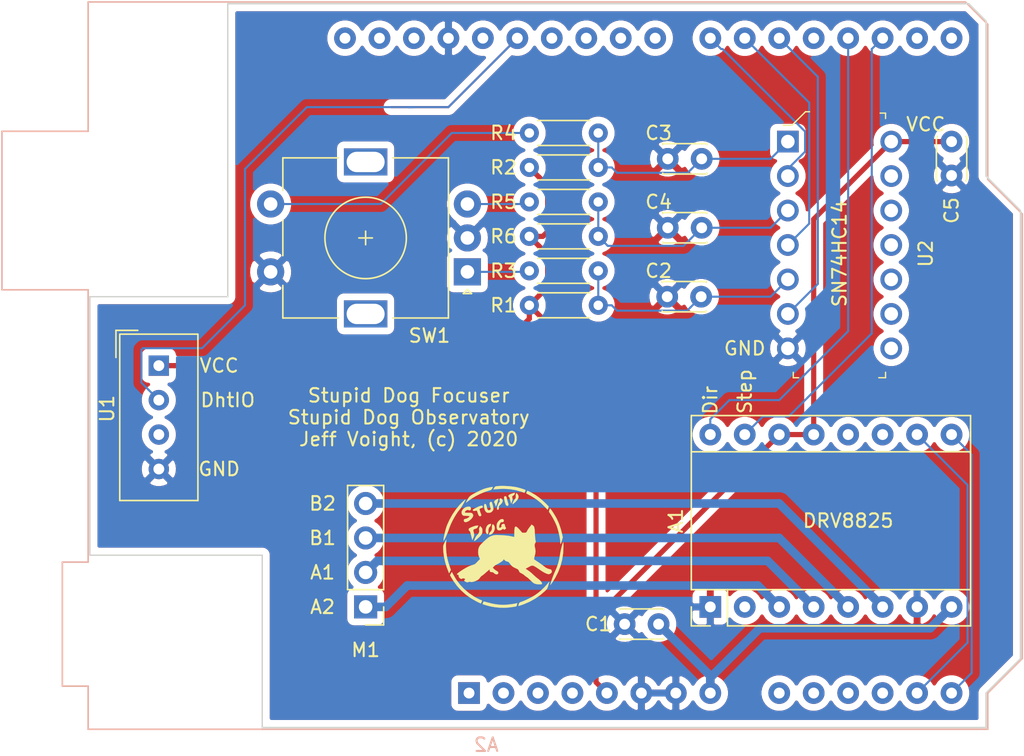
<source format=kicad_pcb>
(kicad_pcb (version 20171130) (host pcbnew "(5.1.5)-3")
  (title_block (title "Stupid Dog Focuser") (date 2020-02-16) (rev 1) (company "Stupid Dog Observatory") (comment 1 "Jeff Voight") (comment 2 "Copyright, 2020"))
  (layers (0 F.Cu signal) (31 B.Cu signal) (34 B.Paste user) (35 F.Paste user) (36 B.SilkS user) (37 F.SilkS user) (38 B.Mask user) (39 F.Mask user) (44 Edge.Cuts user))
  (net 0 "")
  (net 1 GND)
  (net 2 DHT)
  (net 3 VDD)
  (net 4 HalfStep)
  (net 5 SW_A)
  (net 6 ENCB_A)
  (net 7 VCC)
  (net 8 ENCA_A)
  (net 9 ~Enable)
  (net 10 Dir)
  (net 11 Step)
  (net 12 B2)
  (net 13 B1)
  (net 14 A1)
  (net 15 A2)
  (net 16 ENC_A)
  (net 17 SW)
  (net 18 ENC_B)
  (net 19 "Net-(R3-Pad2)")
  (net 20 "Net-(R4-Pad2)")
  (net 21 "Net-(R5-Pad1)")
  (module kicad_logo:Stupid_dog_logo_small (layer F.Cu) (at 125.73 97.155)
    (fp_text reference G*** hide)
    (fp_text value LOGO hide)
  )
  (module Module:Arduino_UNO_R3 (layer B.Cu) (at 123.19 107.95)
    (fp_text reference A2 (at 1.27 3.81 -180) (layer B.SilkS) (effects (justify mirror)))
    (fp_text value Arduino_UNO_R3)
    (pad 16 thru_hole oval (at 33.02 -48.26 270) (size 1.6 1.6) (drill 0.8) (layers *.Cu *.Mask))
    (pad 15 thru_hole oval (at 35.56 -48.26 270) (size 1.6 1.6) (drill 0.8) (layers *.Cu *.Mask))
    (pad 30 thru_hole oval (at -4.06 -48.26 270) (size 1.6 1.6) (drill 0.8) (layers *.Cu *.Mask))
    (pad 14 thru_hole oval (at 35.56 0 270) (size 1.6 1.6) (drill 0.8) (layers *.Cu *.Mask) (net 9 ~Enable))
    (pad 29 thru_hole oval (at -1.52 -48.26 270) (size 1.6 1.6) (drill 0.8) (layers *.Cu *.Mask) (net 1 GND))
    (pad 13 thru_hole oval (at 33.02 0 270) (size 1.6 1.6) (drill 0.8) (layers *.Cu *.Mask) (net 4 HalfStep))
    (pad 28 thru_hole oval (at 1.02 -48.26 270) (size 1.6 1.6) (drill 0.8) (layers *.Cu *.Mask))
    (pad 12 thru_hole oval (at 30.48 0 270) (size 1.6 1.6) (drill 0.8) (layers *.Cu *.Mask))
    (pad 27 thru_hole oval (at 3.56 -48.26 270) (size 1.6 1.6) (drill 0.8) (layers *.Cu *.Mask) (net 2 DHT))
    (pad 11 thru_hole oval (at 27.94 0 270) (size 1.6 1.6) (drill 0.8) (layers *.Cu *.Mask))
    (pad 26 thru_hole oval (at 6.1 -48.26 270) (size 1.6 1.6) (drill 0.8) (layers *.Cu *.Mask))
    (pad 10 thru_hole oval (at 25.4 0 270) (size 1.6 1.6) (drill 0.8) (layers *.Cu *.Mask))
    (pad 25 thru_hole oval (at 8.64 -48.26 270) (size 1.6 1.6) (drill 0.8) (layers *.Cu *.Mask))
    (pad 9 thru_hole oval (at 22.86 0 270) (size 1.6 1.6) (drill 0.8) (layers *.Cu *.Mask))
    (pad 24 thru_hole oval (at 11.18 -48.26 270) (size 1.6 1.6) (drill 0.8) (layers *.Cu *.Mask))
    (pad 8 thru_hole oval (at 17.78 0 270) (size 1.6 1.6) (drill 0.8) (layers *.Cu *.Mask) (net 3 VDD))
    (pad 23 thru_hole oval (at 13.72 -48.26 270) (size 1.6 1.6) (drill 0.8) (layers *.Cu *.Mask))
    (pad 7 thru_hole oval (at 15.24 0 270) (size 1.6 1.6) (drill 0.8) (layers *.Cu *.Mask) (net 1 GND))
    (pad 22 thru_hole oval (at 17.78 -48.26 270) (size 1.6 1.6) (drill 0.8) (layers *.Cu *.Mask) (net 5 SW_A))
    (pad 6 thru_hole oval (at 12.7 0 270) (size 1.6 1.6) (drill 0.8) (layers *.Cu *.Mask) (net 1 GND))
    (pad 21 thru_hole oval (at 20.32 -48.26 270) (size 1.6 1.6) (drill 0.8) (layers *.Cu *.Mask) (net 6 ENCB_A))
    (pad 5 thru_hole oval (at 10.16 0 270) (size 1.6 1.6) (drill 0.8) (layers *.Cu *.Mask) (net 7 VCC))
    (pad 20 thru_hole oval (at 22.86 -48.26 270) (size 1.6 1.6) (drill 0.8) (layers *.Cu *.Mask) (net 8 ENCA_A))
    (pad 4 thru_hole oval (at 7.62 0 270) (size 1.6 1.6) (drill 0.8) (layers *.Cu *.Mask))
    (pad 19 thru_hole oval (at 25.4 -48.26 270) (size 1.6 1.6) (drill 0.8) (layers *.Cu *.Mask))
    (pad 3 thru_hole oval (at 5.08 0 270) (size 1.6 1.6) (drill 0.8) (layers *.Cu *.Mask))
    (pad 18 thru_hole oval (at 27.94 -48.26 270) (size 1.6 1.6) (drill 0.8) (layers *.Cu *.Mask) (net 10 Dir))
    (pad 2 thru_hole oval (at 2.54 0 270) (size 1.6 1.6) (drill 0.8) (layers *.Cu *.Mask))
    (pad 17 thru_hole oval (at 30.48 -48.26 270) (size 1.6 1.6) (drill 0.8) (layers *.Cu *.Mask) (net 11 Step))
    (pad 1 thru_hole rect (at 0 0 270) (size 1.6 1.6) (drill 0.8) (layers *.Cu *.Mask))
    (pad 31 thru_hole oval (at -6.6 -48.26 270) (size 1.6 1.6) (drill 0.8) (layers *.Cu *.Mask))
    (pad 32 thru_hole oval (at -9.14 -48.26 270) (size 1.6 1.6) (drill 0.8) (layers *.Cu *.Mask))
  )
  (module digikey-footprints:DIP-14_W3mm (layer F.Cu) (at 146.685 67.31)
    (fp_text reference U2 (at 10.16 8.255 90) (layer F.SilkS))
    (fp_text value SN74HC14N)
    (pad 14 thru_hole circle (at 7.62 0) (size 1.6 1.6) (drill 1) (layers *.Cu *.Mask) (net 7 VCC))
    (pad 13 thru_hole circle (at 7.62 2.54) (size 1.6 1.6) (drill 1) (layers *.Cu *.Mask))
    (pad 12 thru_hole circle (at 7.62 5.08) (size 1.6 1.6) (drill 1) (layers *.Cu *.Mask))
    (pad 11 thru_hole circle (at 7.62 7.62) (size 1.6 1.6) (drill 1) (layers *.Cu *.Mask))
    (pad 10 thru_hole circle (at 7.62 10.16) (size 1.6 1.6) (drill 1) (layers *.Cu *.Mask))
    (pad 9 thru_hole circle (at 7.62 12.7) (size 1.6 1.6) (drill 1) (layers *.Cu *.Mask))
    (pad 8 thru_hole circle (at 7.62 15.24) (size 1.6 1.6) (drill 1) (layers *.Cu *.Mask))
    (pad 7 thru_hole circle (at 0 15.24) (size 1.6 1.6) (drill 1) (layers *.Cu *.Mask) (net 1 GND))
    (pad 6 thru_hole circle (at 0 12.7) (size 1.6 1.6) (drill 1) (layers *.Cu *.Mask) (net 8 ENCA_A))
    (pad 5 thru_hole circle (at 0 10.16) (size 1.6 1.6) (drill 1) (layers *.Cu *.Mask) (net 16 ENC_A))
    (pad 4 thru_hole circle (at 0 7.62) (size 1.6 1.6) (drill 1) (layers *.Cu *.Mask) (net 6 ENCB_A))
    (pad 3 thru_hole circle (at 0 5.08) (size 1.6 1.6) (drill 1) (layers *.Cu *.Mask) (net 18 ENC_B))
    (pad 2 thru_hole circle (at 0 2.54) (size 1.6 1.6) (drill 1) (layers *.Cu *.Mask) (net 5 SW_A))
    (pad 1 thru_hole rect (at 0 0) (size 1.6 1.6) (drill 1) (layers *.Cu *.Mask) (net 17 SW))
  )
  (module Sensor:Aosong_DHT11_5.5x12.0_P2.54mm (layer F.Cu) (at 100.33 83.82)
    (fp_text reference U1 (at -3.81 3.175 90) (layer F.SilkS))
    (fp_text value DHT11)
    (pad 4 thru_hole circle (at 0 7.62) (size 1.5 1.5) (drill 0.8) (layers *.Cu *.Mask) (net 1 GND))
    (pad 3 thru_hole circle (at 0 5.08) (size 1.5 1.5) (drill 0.8) (layers *.Cu *.Mask))
    (pad 2 thru_hole circle (at 0 2.54) (size 1.5 1.5) (drill 0.8) (layers *.Cu *.Mask) (net 2 DHT))
    (pad 1 thru_hole rect (at 0 0) (size 1.5 1.5) (drill 0.8) (layers *.Cu *.Mask) (net 7 VCC))
  )
  (module Rotary_Encoder:RotaryEncoder_Alps_EC11E-Switch_Vertical_H20mm (layer F.Cu) (at 123.07 76.91 180)
    (fp_text reference SW1 (at 2.8 -4.7) (layer F.SilkS))
    (fp_text value Rotary_Encoder_Switch)
    (pad A thru_hole rect (at 0 0 180) (size 2 2) (drill 1) (layers *.Cu *.Mask) (net 19 "Net-(R3-Pad2)"))
    (pad C thru_hole circle (at 0 2.5 180) (size 2 2) (drill 1) (layers *.Cu *.Mask) (net 1 GND))
    (pad B thru_hole circle (at 0 5 180) (size 2 2) (drill 1) (layers *.Cu *.Mask) (net 21 "Net-(R5-Pad1)"))
    (pad MP thru_hole rect (at 7.5 -3.1 180) (size 3.2 2) (drill oval 2.8 1.5) (layers *.Cu *.Mask))
    (pad MP thru_hole rect (at 7.5 8.1 180) (size 3.2 2) (drill oval 2.8 1.5) (layers *.Cu *.Mask))
    (pad S2 thru_hole circle (at 14.5 0 180) (size 2 2) (drill 1) (layers *.Cu *.Mask) (net 1 GND))
    (pad S1 thru_hole circle (at 14.5 5 180) (size 2 2) (drill 1) (layers *.Cu *.Mask) (net 20 "Net-(R4-Pad2)"))
  )
  (module Resistor_THT:R_Axial_DIN0204_L3.6mm_D1.6mm_P5.08mm_Horizontal (layer F.Cu) (at 132.715 74.295 180)
    (fp_text reference R6 (at 6.985 0) (layer F.SilkS))
    (fp_text value 1k)
    (pad 2 thru_hole oval (at 5.08 0 180) (size 1.4 1.4) (drill 0.7) (layers *.Cu *.Mask) (net 7 VCC))
    (pad 1 thru_hole circle (at 0 0 180) (size 1.4 1.4) (drill 0.7) (layers *.Cu *.Mask) (net 18 ENC_B))
  )
  (module Resistor_THT:R_Axial_DIN0204_L3.6mm_D1.6mm_P5.08mm_Horizontal (layer F.Cu) (at 127.635 71.755)
    (fp_text reference R5 (at -1.905 0) (layer F.SilkS))
    (fp_text value 1k)
    (pad 2 thru_hole oval (at 5.08 0) (size 1.4 1.4) (drill 0.7) (layers *.Cu *.Mask) (net 18 ENC_B))
    (pad 1 thru_hole circle (at 0 0) (size 1.4 1.4) (drill 0.7) (layers *.Cu *.Mask) (net 21 "Net-(R5-Pad1)"))
  )
  (module Resistor_THT:R_Axial_DIN0204_L3.6mm_D1.6mm_P5.08mm_Horizontal (layer F.Cu) (at 132.715 66.675 180)
    (fp_text reference R4 (at 6.985 0) (layer F.SilkS))
    (fp_text value 1k)
    (pad 2 thru_hole oval (at 5.08 0 180) (size 1.4 1.4) (drill 0.7) (layers *.Cu *.Mask) (net 20 "Net-(R4-Pad2)"))
    (pad 1 thru_hole circle (at 0 0 180) (size 1.4 1.4) (drill 0.7) (layers *.Cu *.Mask) (net 17 SW))
  )
  (module Resistor_THT:R_Axial_DIN0204_L3.6mm_D1.6mm_P5.08mm_Horizontal (layer F.Cu) (at 132.715 76.835 180)
    (fp_text reference R3 (at 6.985 0) (layer F.SilkS))
    (fp_text value 1k)
    (pad 2 thru_hole oval (at 5.08 0 180) (size 1.4 1.4) (drill 0.7) (layers *.Cu *.Mask) (net 19 "Net-(R3-Pad2)"))
    (pad 1 thru_hole circle (at 0 0 180) (size 1.4 1.4) (drill 0.7) (layers *.Cu *.Mask) (net 16 ENC_A))
  )
  (module Resistor_THT:R_Axial_DIN0204_L3.6mm_D1.6mm_P5.08mm_Horizontal (layer F.Cu) (at 127.635 69.215)
    (fp_text reference R2 (at -1.905 0) (layer F.SilkS))
    (fp_text value 1k)
    (pad 2 thru_hole oval (at 5.08 0) (size 1.4 1.4) (drill 0.7) (layers *.Cu *.Mask) (net 17 SW))
    (pad 1 thru_hole circle (at 0 0) (size 1.4 1.4) (drill 0.7) (layers *.Cu *.Mask) (net 7 VCC))
  )
  (module Resistor_THT:R_Axial_DIN0204_L3.6mm_D1.6mm_P5.08mm_Horizontal (layer F.Cu) (at 127.635 79.375)
    (fp_text reference R1 (at -1.905 0) (layer F.SilkS))
    (fp_text value 1k)
    (pad 2 thru_hole oval (at 5.08 0) (size 1.4 1.4) (drill 0.7) (layers *.Cu *.Mask) (net 16 ENC_A))
    (pad 1 thru_hole circle (at 0 0) (size 1.4 1.4) (drill 0.7) (layers *.Cu *.Mask) (net 7 VCC))
  )
  (module Connector_PinHeader_2.54mm:PinHeader_1x04_P2.54mm_Vertical (layer F.Cu) (at 115.57 101.6 180)
    (fp_text reference M1 (at 0 -3.175) (layer F.SilkS))
    (fp_text value Stepper_Motor_bipolar)
    (pad 4 thru_hole oval (at 0 7.62 180) (size 1.7 1.7) (drill 1) (layers *.Cu *.Mask) (net 12 B2))
    (pad 3 thru_hole oval (at 0 5.08 180) (size 1.7 1.7) (drill 1) (layers *.Cu *.Mask) (net 13 B1))
    (pad 2 thru_hole oval (at 0 2.54 180) (size 1.7 1.7) (drill 1) (layers *.Cu *.Mask) (net 14 A1))
    (pad 1 thru_hole rect (at 0 0 180) (size 1.7 1.7) (drill 1) (layers *.Cu *.Mask) (net 15 A2))
  )
  (module Capacitor_THT:C_Disc_D3.0mm_W2.0mm_P2.50mm (layer F.Cu) (at 158.75 67.31 270)
    (fp_text reference C5 (at 5.08 0 90) (layer F.SilkS))
    (fp_text value 4.7uF)
    (pad 2 thru_hole circle (at 2.5 0 270) (size 1.6 1.6) (drill 0.8) (layers *.Cu *.Mask) (net 1 GND))
    (pad 1 thru_hole circle (at 0 0 270) (size 1.6 1.6) (drill 0.8) (layers *.Cu *.Mask) (net 7 VCC))
  )
  (module Capacitor_THT:C_Disc_D3.0mm_W2.0mm_P2.50mm (layer F.Cu) (at 137.835 73.66)
    (fp_text reference C4 (at -0.675 -1.905) (layer F.SilkS))
    (fp_text value 4.7uF)
    (pad 2 thru_hole circle (at 2.5 0) (size 1.6 1.6) (drill 0.8) (layers *.Cu *.Mask) (net 18 ENC_B))
    (pad 1 thru_hole circle (at 0 0) (size 1.6 1.6) (drill 0.8) (layers *.Cu *.Mask) (net 1 GND))
  )
  (module Capacitor_THT:C_Disc_D3.0mm_W2.0mm_P2.50mm (layer F.Cu) (at 140.335 68.58 180)
    (fp_text reference C3 (at 3.175 1.905) (layer F.SilkS))
    (fp_text value 4.7uF)
    (pad 2 thru_hole circle (at 2.5 0 180) (size 1.6 1.6) (drill 0.8) (layers *.Cu *.Mask) (net 1 GND))
    (pad 1 thru_hole circle (at 0 0 180) (size 1.6 1.6) (drill 0.8) (layers *.Cu *.Mask) (net 17 SW))
  )
  (module Capacitor_THT:C_Disc_D3.0mm_W2.0mm_P2.50mm (layer F.Cu) (at 140.295 78.74 180)
    (fp_text reference C2 (at 3.135 1.905) (layer F.SilkS))
    (fp_text value 4.7uF)
    (pad 2 thru_hole circle (at 2.5 0 180) (size 1.6 1.6) (drill 0.8) (layers *.Cu *.Mask) (net 1 GND))
    (pad 1 thru_hole circle (at 0 0 180) (size 1.6 1.6) (drill 0.8) (layers *.Cu *.Mask) (net 16 ENC_A))
  )
  (module Capacitor_THT:C_Disc_D3.0mm_W2.0mm_P2.50mm (layer F.Cu) (at 134.66 102.87)
    (fp_text reference C1 (at -1.945 0) (layer F.SilkS))
    (fp_text value 4.7uF)
    (pad 2 thru_hole circle (at 2.5 0) (size 1.6 1.6) (drill 0.8) (layers *.Cu *.Mask) (net 3 VDD))
    (pad 1 thru_hole circle (at 0 0) (size 1.6 1.6) (drill 0.8) (layers *.Cu *.Mask) (net 1 GND))
  )
  (module Module:Pololu_Breakout-16_15.2x20.3mm (layer F.Cu) (at 140.97 101.6 90)
    (fp_text reference A1 (at 6.35 -2.54 90) (layer F.SilkS))
    (fp_text value Pololu_Breakout_DRV8825)
    (pad 16 thru_hole oval (at 12.7 0 90) (size 1.6 1.6) (drill 0.8) (layers *.Cu *.Mask) (net 10 Dir))
    (pad 8 thru_hole oval (at 0 17.78 90) (size 1.6 1.6) (drill 0.8) (layers *.Cu *.Mask) (net 3 VDD))
    (pad 15 thru_hole oval (at 12.7 2.54 90) (size 1.6 1.6) (drill 0.8) (layers *.Cu *.Mask) (net 11 Step))
    (pad 7 thru_hole oval (at 0 15.24 90) (size 1.6 1.6) (drill 0.8) (layers *.Cu *.Mask) (net 1 GND))
    (pad 14 thru_hole oval (at 12.7 5.08 90) (size 1.6 1.6) (drill 0.8) (layers *.Cu *.Mask) (net 7 VCC))
    (pad 6 thru_hole oval (at 0 12.7 90) (size 1.6 1.6) (drill 0.8) (layers *.Cu *.Mask) (net 12 B2))
    (pad 13 thru_hole oval (at 12.7 7.62 90) (size 1.6 1.6) (drill 0.8) (layers *.Cu *.Mask) (net 7 VCC))
    (pad 5 thru_hole oval (at 0 10.16 90) (size 1.6 1.6) (drill 0.8) (layers *.Cu *.Mask) (net 13 B1))
    (pad 12 thru_hole oval (at 12.7 10.16 90) (size 1.6 1.6) (drill 0.8) (layers *.Cu *.Mask))
    (pad 4 thru_hole oval (at 0 7.62 90) (size 1.6 1.6) (drill 0.8) (layers *.Cu *.Mask) (net 14 A1))
    (pad 11 thru_hole oval (at 12.7 12.7 90) (size 1.6 1.6) (drill 0.8) (layers *.Cu *.Mask))
    (pad 3 thru_hole oval (at 0 5.08 90) (size 1.6 1.6) (drill 0.8) (layers *.Cu *.Mask) (net 15 A2))
    (pad 10 thru_hole oval (at 12.7 15.24 90) (size 1.6 1.6) (drill 0.8) (layers *.Cu *.Mask) (net 4 HalfStep))
    (pad 2 thru_hole oval (at 0 2.54 90) (size 1.6 1.6) (drill 0.8) (layers *.Cu *.Mask))
    (pad 9 thru_hole oval (at 12.7 17.78 90) (size 1.6 1.6) (drill 0.8) (layers *.Cu *.Mask) (net 9 ~Enable))
    (pad 1 thru_hole rect (at 0 0 90) (size 1.6 1.6) (drill 0.8) (layers *.Cu *.Mask) (net 1 GND))
  )
  (gr_text DhtIO (at 105.41 86.36) (layer F.SilkS) (effects (font (size 1 1))))
  (gr_text Step (at 143.51 85.725 90) (layer F.SilkS) (effects (font (size 1 1))))
  (gr_text Dir (at 140.97 86.36 90) (layer F.SilkS) (effects (font (size 1 1))))
  (gr_text GND (at 143.51 82.55) (layer F.SilkS) (effects (font (size 1 1))))
  (gr_text VCC (at 156.845 66.04) (layer F.SilkS) (effects (font (size 1 1))))
  (gr_text SN74HC14 (at 150.495 75.565 90) (layer F.SilkS) (effects (font (size 1 1))))
  (gr_text DRV8825 (at 151.13 95.25) (layer F.SilkS) (effects (font (size 1 1))))
  (gr_text "Stupid Dog Focuser\nStupid Dog Observatory\nJeff Voight, (c) 2020" (at 118.745 87.63) (layer F.SilkS) (effects (font (size 1 1))))
  (gr_text A2 (at 112.395 101.6) (layer F.SilkS) (effects (font (size 1 1))))
  (gr_text B2 (at 112.395 93.98) (layer F.SilkS) (effects (font (size 1 1))))
  (gr_text B1 (at 112.395 96.52) (layer F.SilkS) (effects (font (size 1 1))))
  (gr_text A1 (at 112.395 99.06) (layer F.SilkS) (effects (font (size 1 1))))
  (gr_text VCC (at 104.775 83.82) (layer F.SilkS) (effects (font (size 1 1))))
  (gr_text GND (at 104.775 91.44) (layer F.SilkS) (effects (font (size 1 1))))
  (gr_line (start 160.02 57.15) (end 161.29 58.42) (layer Edge.Cuts) (width 0.1))
  (gr_line (start 105.41 57.15) (end 160.02 57.15) (layer Edge.Cuts) (width 0.1))
  (gr_line (start 105.41 78.74) (end 105.41 57.15) (layer Edge.Cuts) (width 0.1))
  (gr_line (start 95.25 78.74) (end 105.41 78.74) (layer Edge.Cuts) (width 0.1))
  (gr_line (start 95.25 97.79) (end 95.25 78.74) (layer Edge.Cuts) (width 0.1))
  (gr_line (start 107.95 97.79) (end 95.25 97.79) (layer Edge.Cuts) (width 0.1))
  (gr_line (start 107.95 110.49) (end 107.95 97.79) (layer Edge.Cuts) (width 0.1))
  (gr_line (start 161.29 110.49) (end 107.95 110.49) (layer Edge.Cuts) (width 0.1))
  (gr_line (start 161.29 107.95) (end 161.29 110.49) (layer Edge.Cuts) (width 0.1))
  (gr_line (start 163.83 105.41) (end 161.29 107.95) (layer Edge.Cuts) (width 0.1))
  (gr_line (start 163.83 72.39) (end 163.83 105.41) (layer Edge.Cuts) (width 0.1))
  (gr_line (start 161.29 69.85) (end 163.83 72.39) (layer Edge.Cuts) (width 0.1))
  (gr_line (start 161.29 58.42) (end 161.29 69.85) (layer Edge.Cuts) (width 0.1))
  (segment (start 99.580001 85.610001) (end 100.33 86.36) (width 0.1524) (layer B.Cu) (net 2))
  (segment (start 99.153279 82.536599) (end 99.046599 82.643279) (width 0.1524) (layer B.Cu) (net 2))
  (segment (start 99.046599 85.076599) (end 99.580001 85.610001) (width 0.1524) (layer B.Cu) (net 2))
  (segment (start 103.518401 82.536599) (end 99.153279 82.536599) (width 0.1524) (layer B.Cu) (net 2))
  (segment (start 99.046599 82.643279) (end 99.046599 85.076599) (width 0.1524) (layer B.Cu) (net 2))
  (segment (start 106.68 79.375) (end 103.518401 82.536599) (width 0.1524) (layer B.Cu) (net 2))
  (segment (start 111.238335 64.77) (end 106.68 69.328335) (width 0.1524) (layer B.Cu) (net 2))
  (segment (start 106.68 69.328335) (end 106.68 79.375) (width 0.1524) (layer B.Cu) (net 2))
  (segment (start 126.75 59.69) (end 121.67 64.77) (width 0.1524) (layer F.Cu) (net 2))
  (segment (start 121.67 64.77) (end 117.475 64.77) (width 0.1524) (layer F.Cu) (net 2))
  (segment (start 121.67 64.77) (end 126.75 59.69) (width 0.1524) (layer B.Cu) (net 2))
  (segment (start 119.13 64.77) (end 118.745 64.77) (width 0.1524) (layer B.Cu) (net 2))
  (segment (start 118.745 64.77) (end 121.67 64.77) (width 0.1524) (layer B.Cu) (net 2))
  (segment (start 118.745 64.77) (end 111.238335 64.77) (width 0.1524) (layer B.Cu) (net 2))
  (segment (start 140.97 106.68) (end 137.16 102.87) (width 0.635) (layer B.Cu) (net 3))
  (segment (start 140.97 107.95) (end 140.97 106.68) (width 0.635) (layer B.Cu) (net 3))
  (segment (start 157.175299 103.174701) (end 157.950001 102.399999) (width 0.635) (layer B.Cu) (net 3))
  (segment (start 157.950001 102.399999) (end 158.75 101.6) (width 0.635) (layer B.Cu) (net 3))
  (segment (start 144.613929 103.174701) (end 157.175299 103.174701) (width 0.635) (layer B.Cu) (net 3))
  (segment (start 140.97 106.81863) (end 144.613929 103.174701) (width 0.635) (layer B.Cu) (net 3))
  (segment (start 140.97 107.95) (end 140.97 106.81863) (width 0.635) (layer B.Cu) (net 3))
  (segment (start 159.931001 92.621001) (end 157.009999 89.699999) (width 0.1524) (layer B.Cu) (net 4))
  (segment (start 157.009999 89.699999) (end 156.21 88.9) (width 0.1524) (layer B.Cu) (net 4))
  (segment (start 159.931001 104.228999) (end 159.931001 92.621001) (width 0.1524) (layer B.Cu) (net 4))
  (segment (start 156.21 107.95) (end 159.931001 104.228999) (width 0.1524) (layer B.Cu) (net 4))
  (segment (start 141.769999 60.489999) (end 140.97 59.69) (width 0.1524) (layer B.Cu) (net 5))
  (segment (start 141.876481 60.489999) (end 141.769999 60.489999) (width 0.1524) (layer B.Cu) (net 5))
  (segment (start 147.955 68.051482) (end 147.955 66.568518) (width 0.1524) (layer B.Cu) (net 5))
  (segment (start 146.685 69.85) (end 146.685 69.321482) (width 0.1524) (layer B.Cu) (net 5))
  (segment (start 146.685 69.321482) (end 147.955 68.051482) (width 0.1524) (layer B.Cu) (net 5))
  (segment (start 147.955 66.568518) (end 141.876481 60.489999) (width 0.1524) (layer B.Cu) (net 5))
  (segment (start 148.259811 64.439811) (end 144.309999 60.489999) (width 0.1524) (layer B.Cu) (net 6))
  (segment (start 144.309999 60.489999) (end 143.51 59.69) (width 0.1524) (layer B.Cu) (net 6))
  (segment (start 146.685 74.93) (end 148.259811 73.355189) (width 0.1524) (layer B.Cu) (net 6))
  (segment (start 148.259811 73.355189) (end 148.259811 64.439811) (width 0.1524) (layer B.Cu) (net 6))
  (segment (start 145.250001 89.699999) (end 146.05 88.9) (width 0.381) (layer F.Cu) (net 7))
  (segment (start 132.550001 102.399999) (end 145.250001 89.699999) (width 0.381) (layer F.Cu) (net 7))
  (segment (start 133.35 107.95) (end 132.550001 107.150001) (width 0.381) (layer F.Cu) (net 7))
  (segment (start 146.05 88.9) (end 148.59 88.9) (width 0.381) (layer F.Cu) (net 7))
  (segment (start 148.59 73.025) (end 154.305 67.31) (width 0.381) (layer F.Cu) (net 7))
  (segment (start 148.59 88.9) (end 148.59 73.025) (width 0.381) (layer F.Cu) (net 7))
  (segment (start 154.305 67.31) (end 158.75 67.31) (width 0.381) (layer F.Cu) (net 7))
  (segment (start 132.550001 84.290001) (end 127.635 79.375) (width 0.381) (layer F.Cu) (net 7))
  (segment (start 132.550001 102.705001) (end 132.550001 84.290001) (width 0.381) (layer F.Cu) (net 7))
  (segment (start 132.550001 107.150001) (end 132.550001 102.705001) (width 0.381) (layer F.Cu) (net 7))
  (segment (start 132.550001 102.705001) (end 132.550001 102.399999) (width 0.381) (layer F.Cu) (net 7))
  (segment (start 128.982701 75.642701) (end 128.334999 74.994999) (width 0.381) (layer F.Cu) (net 7))
  (segment (start 128.982701 78.027299) (end 128.982701 75.642701) (width 0.381) (layer F.Cu) (net 7))
  (segment (start 128.334999 74.994999) (end 127.635 74.295) (width 0.381) (layer F.Cu) (net 7))
  (segment (start 127.635 79.375) (end 128.982701 78.027299) (width 0.381) (layer F.Cu) (net 7))
  (segment (start 128.982701 70.562701) (end 128.334999 69.914999) (width 0.381) (layer F.Cu) (net 7))
  (segment (start 128.982701 73.937248) (end 128.982701 70.562701) (width 0.381) (layer F.Cu) (net 7))
  (segment (start 128.334999 69.914999) (end 127.635 69.215) (width 0.381) (layer F.Cu) (net 7))
  (segment (start 128.624949 74.295) (end 128.982701 73.937248) (width 0.381) (layer F.Cu) (net 7))
  (segment (start 127.635 74.295) (end 128.624949 74.295) (width 0.381) (layer F.Cu) (net 7))
  (segment (start 101.461 83.82) (end 100.33 83.82) (width 0.381) (layer F.Cu) (net 7))
  (segment (start 124.179949 83.82) (end 101.461 83.82) (width 0.381) (layer F.Cu) (net 7))
  (segment (start 127.635 80.364949) (end 124.179949 83.82) (width 0.381) (layer F.Cu) (net 7))
  (segment (start 127.635 79.375) (end 127.635 80.364949) (width 0.381) (layer F.Cu) (net 7))
  (segment (start 148.894809 62.534809) (end 146.849999 60.489999) (width 0.1524) (layer B.Cu) (net 8))
  (segment (start 148.894809 77.800191) (end 148.894809 62.534809) (width 0.1524) (layer B.Cu) (net 8))
  (segment (start 146.685 80.01) (end 148.894809 77.800191) (width 0.1524) (layer B.Cu) (net 8))
  (segment (start 146.849999 60.489999) (end 146.05 59.69) (width 0.1524) (layer B.Cu) (net 8))
  (segment (start 159.549999 89.699999) (end 158.75 88.9) (width 0.1524) (layer B.Cu) (net 9))
  (segment (start 160.235812 90.385812) (end 159.549999 89.699999) (width 0.1524) (layer B.Cu) (net 9))
  (segment (start 160.235812 106.464188) (end 160.235812 90.385812) (width 0.1524) (layer B.Cu) (net 9))
  (segment (start 158.75 107.95) (end 160.235812 106.464188) (width 0.1524) (layer B.Cu) (net 9))
  (segment (start 140.97 87.76863) (end 142.37863 86.36) (width 0.1524) (layer B.Cu) (net 10))
  (segment (start 140.97 88.9) (end 140.97 87.76863) (width 0.1524) (layer B.Cu) (net 10))
  (segment (start 142.37863 86.36) (end 146.05 86.36) (width 0.1524) (layer B.Cu) (net 10))
  (segment (start 151.13 81.28) (end 151.13 59.69) (width 0.1524) (layer B.Cu) (net 10))
  (segment (start 146.05 86.36) (end 151.13 81.28) (width 0.1524) (layer B.Cu) (net 10))
  (segment (start 144.843401 87.566599) (end 146.748401 87.566599) (width 0.1524) (layer B.Cu) (net 11))
  (segment (start 143.51 88.9) (end 144.843401 87.566599) (width 0.1524) (layer B.Cu) (net 11))
  (segment (start 152.870001 60.489999) (end 153.67 59.69) (width 0.1524) (layer B.Cu) (net 11))
  (segment (start 152.870001 81.444999) (end 152.870001 60.489999) (width 0.1524) (layer B.Cu) (net 11))
  (segment (start 146.748401 87.566599) (end 152.870001 81.444999) (width 0.1524) (layer B.Cu) (net 11))
  (segment (start 146.05 93.98) (end 153.67 101.6) (width 0.635) (layer B.Cu) (net 12))
  (segment (start 115.57 93.98) (end 146.05 93.98) (width 0.635) (layer B.Cu) (net 12))
  (segment (start 146.05 96.52) (end 151.13 101.6) (width 0.635) (layer B.Cu) (net 13))
  (segment (start 115.57 96.52) (end 146.05 96.52) (width 0.635) (layer B.Cu) (net 13))
  (segment (start 147.790001 100.800001) (end 148.59 101.6) (width 0.635) (layer B.Cu) (net 14))
  (segment (start 145.200001 98.210001) (end 147.790001 100.800001) (width 0.635) (layer B.Cu) (net 14))
  (segment (start 116.419999 98.210001) (end 145.200001 98.210001) (width 0.635) (layer B.Cu) (net 14))
  (segment (start 115.57 99.06) (end 116.419999 98.210001) (width 0.635) (layer B.Cu) (net 14))
  (segment (start 145.250001 100.800001) (end 146.05 101.6) (width 0.635) (layer B.Cu) (net 15))
  (segment (start 144.475299 100.025299) (end 145.250001 100.800001) (width 0.635) (layer B.Cu) (net 15))
  (segment (start 118.629701 100.025299) (end 144.475299 100.025299) (width 0.635) (layer B.Cu) (net 15))
  (segment (start 117.055 101.6) (end 118.629701 100.025299) (width 0.635) (layer B.Cu) (net 15))
  (segment (start 115.57 101.6) (end 117.055 101.6) (width 0.635) (layer B.Cu) (net 15))
  (segment (start 132.715 76.835) (end 132.715 79.375) (width 0.1524) (layer B.Cu) (net 16))
  (segment (start 139.266399 79.768601) (end 139.495001 79.539999) (width 0.1524) (layer B.Cu) (net 16))
  (segment (start 139.495001 79.539999) (end 140.295 78.74) (width 0.1524) (layer B.Cu) (net 16))
  (segment (start 134.09855 79.768601) (end 139.266399 79.768601) (width 0.1524) (layer B.Cu) (net 16))
  (segment (start 133.704949 79.375) (end 134.09855 79.768601) (width 0.1524) (layer B.Cu) (net 16))
  (segment (start 132.715 79.375) (end 133.704949 79.375) (width 0.1524) (layer B.Cu) (net 16))
  (segment (start 145.415 78.74) (end 146.685 77.47) (width 0.1524) (layer B.Cu) (net 16))
  (segment (start 140.295 78.74) (end 145.415 78.74) (width 0.1524) (layer B.Cu) (net 16))
  (segment (start 132.715 66.675) (end 132.715 69.215) (width 0.1524) (layer B.Cu) (net 17))
  (segment (start 139.306399 69.608601) (end 139.535001 69.379999) (width 0.1524) (layer B.Cu) (net 17))
  (segment (start 134.09855 69.608601) (end 139.306399 69.608601) (width 0.1524) (layer B.Cu) (net 17))
  (segment (start 133.704949 69.215) (end 134.09855 69.608601) (width 0.1524) (layer B.Cu) (net 17))
  (segment (start 139.535001 69.379999) (end 140.335 68.58) (width 0.1524) (layer B.Cu) (net 17))
  (segment (start 132.715 69.215) (end 133.704949 69.215) (width 0.1524) (layer B.Cu) (net 17))
  (segment (start 140.335 68.58) (end 145.415 68.58) (width 0.1524) (layer B.Cu) (net 17))
  (segment (start 145.415 68.58) (end 146.685 67.31) (width 0.1524) (layer B.Cu) (net 17))
  (segment (start 132.715 71.755) (end 132.715 74.295) (width 0.1524) (layer B.Cu) (net 18))
  (segment (start 133.414999 74.994999) (end 139.000001 74.994999) (width 0.1524) (layer B.Cu) (net 18))
  (segment (start 139.535001 74.459999) (end 140.335 73.66) (width 0.1524) (layer B.Cu) (net 18))
  (segment (start 139.000001 74.994999) (end 139.535001 74.459999) (width 0.1524) (layer B.Cu) (net 18))
  (segment (start 132.715 74.295) (end 133.414999 74.994999) (width 0.1524) (layer B.Cu) (net 18))
  (segment (start 145.415 73.66) (end 146.685 72.39) (width 0.1524) (layer B.Cu) (net 18))
  (segment (start 140.335 73.66) (end 145.415 73.66) (width 0.1524) (layer B.Cu) (net 18))
  (segment (start 127.56 76.91) (end 127.635 76.835) (width 0.1524) (layer B.Cu) (net 19))
  (segment (start 123.07 76.91) (end 127.56 76.91) (width 0.1524) (layer B.Cu) (net 19))
  (segment (start 108.57 71.91) (end 116.685 71.91) (width 0.1524) (layer B.Cu) (net 20))
  (segment (start 121.92 66.675) (end 127.635 66.675) (width 0.1524) (layer B.Cu) (net 20))
  (segment (start 116.685 71.91) (end 121.92 66.675) (width 0.1524) (layer B.Cu) (net 20))
  (segment (start 127.48 71.91) (end 127.635 71.755) (width 0.1524) (layer B.Cu) (net 21))
  (segment (start 123.07 71.91) (end 127.48 71.91) (width 0.1524) (layer B.Cu) (net 21))
  (zone (net 1) (net_name GND) (layer B.Cu) (connect_pads (clearance 0.508)) (min_thickness 0.254) (fill yes (arc_segments 32) (thermal_gap 0.508) (thermal_bridge_width 0.508))
    (polygon (pts (xy 161.29 58.42) (xy 161.29 70.485) (xy 163.83 73.025) (xy 163.83 105.41) (xy 161.29 107.95) (xy 161.29 110.49) (xy 107.95 110.49) (xy 107.95 97.79) (xy 95.25 97.79) (xy 95.25 78.74) (xy 105.41 78.74) (xy 105.41 57.15) (xy 160.02 57.15)))
  )
  (zone (net 1) (net_name GND) (layer F.Cu) (connect_pads (clearance 0.508)) (min_thickness 0.254) (fill yes (arc_segments 32) (thermal_gap 0.508) (thermal_bridge_width 0.508))
    (polygon (pts (xy 161.29 58.42) (xy 161.29 70.485) (xy 163.83 72.39) (xy 163.83 105.41) (xy 161.29 107.95) (xy 161.29 110.49) (xy 107.95 110.49) (xy 107.95 97.79) (xy 95.25 97.79) (xy 95.25 78.74) (xy 105.41 78.74) (xy 105.41 57.15) (xy 160.02 57.15)))
  )
)
</source>
